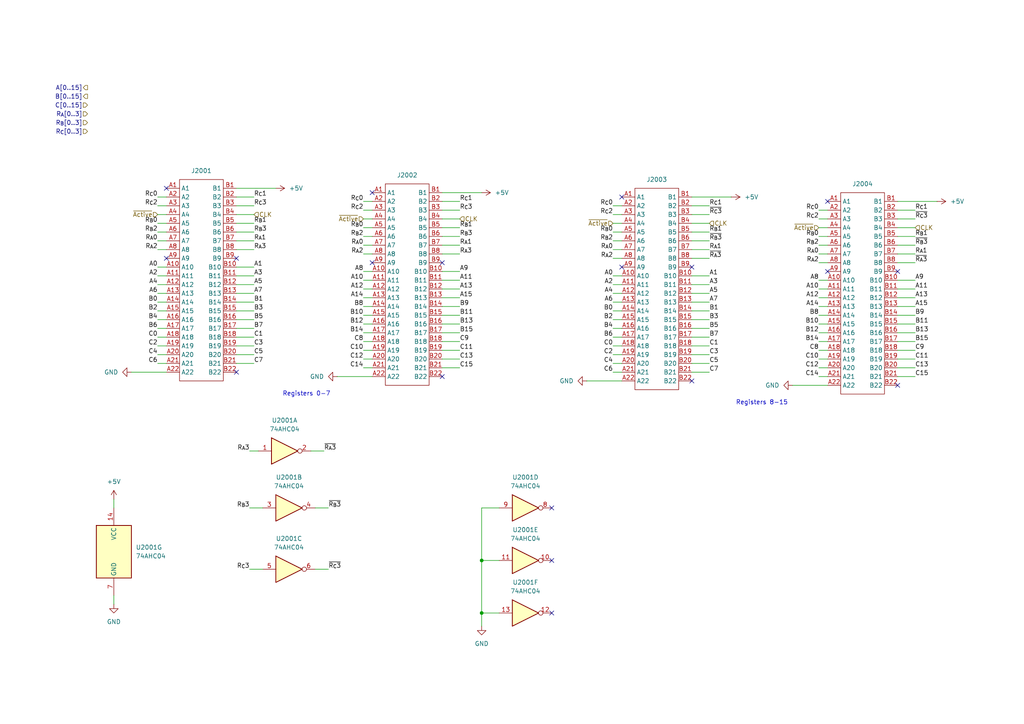
<source format=kicad_sch>
(kicad_sch (version 20231120) (generator "eeschema") (generator_version "8.0")
  (paper "A4")
  (lib_symbols
    (symbol "74xx:74AHC04"
      (property "Reference" "U" (at 0 1.27 0))
      (property "Value" "74AHC04" (at 0 -1.27 0))
      (symbol "74AHC04_1_0"
        (polyline (pts (xy -3.81 3.81) (xy -3.81 -3.81) (xy 3.81 0) (xy -3.81 3.81)) (stroke (width 0.254)) (fill (type background)))
        (pin input line (at -7.62 0 0) (length 3.81) (name "~") (number "1"))
        (pin output inverted (at 7.62 0 180) (length 3.81) (name "~") (number "2"))
      )
      (symbol "74AHC04_2_0"
        (polyline (pts (xy -3.81 3.81) (xy -3.81 -3.81) (xy 3.81 0) (xy -3.81 3.81)) (stroke (width 0.254)) (fill (type background)))
        (pin input line (at -7.62 0 0) (length 3.81) (name "~") (number "3"))
        (pin output inverted (at 7.62 0 180) (length 3.81) (name "~") (number "4"))
      )
      (symbol "74AHC04_3_0"
        (polyline (pts (xy -3.81 3.81) (xy -3.81 -3.81) (xy 3.81 0) (xy -3.81 3.81)) (stroke (width 0.254)) (fill (type background)))
        (pin input line (at -7.62 0 0) (length 3.81) (name "~") (number "5"))
        (pin output inverted (at 7.62 0 180) (length 3.81) (name "~") (number "6"))
      )
      (symbol "74AHC04_4_0"
        (polyline (pts (xy -3.81 3.81) (xy -3.81 -3.81) (xy 3.81 0) (xy -3.81 3.81)) (stroke (width 0.254)) (fill (type background)))
        (pin output inverted (at 7.62 0 180) (length 3.81) (name "~") (number "8"))
        (pin input line (at -7.62 0 0) (length 3.81) (name "~") (number "9"))
      )
      (symbol "74AHC04_5_0"
        (polyline (pts (xy -3.81 3.81) (xy -3.81 -3.81) (xy 3.81 0) (xy -3.81 3.81)) (stroke (width 0.254)) (fill (type background)))
        (pin output inverted (at 7.62 0 180) (length 3.81) (name "~") (number "10"))
        (pin input line (at -7.62 0 0) (length 3.81) (name "~") (number "11"))
      )
      (symbol "74AHC04_6_0"
        (polyline (pts (xy -3.81 3.81) (xy -3.81 -3.81) (xy 3.81 0) (xy -3.81 3.81)) (stroke (width 0.254)) (fill (type background)))
        (pin output inverted (at 7.62 0 180) (length 3.81) (name "~") (number "12"))
        (pin input line (at -7.62 0 0) (length 3.81) (name "~") (number "13"))
      )
      (symbol "74AHC04_7_0"
        (pin power_in line (at 0 12.7 270) (length 5.08) (name "VCC") (number "14"))
        (pin power_in line (at 0 -12.7 90) (length 5.08) (name "GND") (number "7"))
      )
      (symbol "74AHC04_7_1"
        (rectangle (start -5.08 7.62) (end 5.08 -7.62) (stroke (width 0.254)) (fill (type background)))
      )
    )
    (symbol "BoardEdgeConnectors:TE-5530843-4"
      (property "Reference" "J" (at -0.254 30.988 0))
      (symbol "TE-5530843-4_0_1"
        (rectangle (start -6.35 29.21) (end 6.35 -29.21))
      )
      (symbol "TE-5530843-4_1_1"
        (pin passive line (at -10.16 26.67 0) (length 3.81) (name "A1") (number "A1"))
        (pin passive line (at -10.16 3.81 0) (length 3.81) (name "A10") (number "A10"))
        (pin passive line (at -10.16 1.27 0) (length 3.81) (name "A11") (number "A11"))
        (pin passive line (at -10.16 -1.27 0) (length 3.81) (name "A12") (number "A12"))
        (pin passive line (at -10.16 -3.81 0) (length 3.81) (name "A13") (number "A13"))
        (pin passive line (at -10.16 -6.35 0) (length 3.81) (name "A14") (number "A14"))
        (pin passive line (at -10.16 -8.89 0) (length 3.81) (name "A15") (number "A15"))
        (pin passive line (at -10.16 -11.43 0) (length 3.81) (name "A16") (number "A16"))
        (pin passive line (at -10.16 -13.97 0) (length 3.81) (name "A17") (number "A17"))
        (pin passive line (at -10.16 -16.51 0) (length 3.81) (name "A18") (number "A18"))
        (pin passive line (at -10.16 -19.05 0) (length 3.81) (name "A19") (number "A19"))
        (pin passive line (at -10.16 24.13 0) (length 3.81) (name "A2") (number "A2"))
        (pin passive line (at -10.16 -21.59 0) (length 3.81) (name "A20") (number "A20"))
        (pin passive line (at -10.16 -24.13 0) (length 3.81) (name "A21") (number "A21"))
        (pin passive line (at -10.16 -26.67 0) (length 3.81) (name "A22") (number "A22"))
        (pin passive line (at -10.16 21.59 0) (length 3.81) (name "A3") (number "A3"))
        (pin passive line (at -10.16 19.05 0) (length 3.81) (name "A4") (number "A4"))
        (pin passive line (at -10.16 16.51 0) (length 3.81) (name "A5") (number "A5"))
        (pin passive line (at -10.16 13.97 0) (length 3.81) (name "A6") (number "A6"))
        (pin passive line (at -10.16 11.43 0) (length 3.81) (name "A7") (number "A7"))
        (pin passive line (at -10.16 8.89 0) (length 3.81) (name "A8") (number "A8"))
        (pin passive line (at -10.16 6.35 0) (length 3.81) (name "A9") (number "A9"))
        (pin passive line (at 10.16 26.67 180) (length 3.81) (name "B1") (number "B1"))
        (pin passive line (at 10.16 3.81 180) (length 3.81) (name "B10") (number "B10"))
        (pin passive line (at 10.16 1.27 180) (length 3.81) (name "B11") (number "B11"))
        (pin passive line (at 10.16 -1.27 180) (length 3.81) (name "B12") (number "B12"))
        (pin passive line (at 10.16 -3.81 180) (length 3.81) (name "B13") (number "B13"))
        (pin passive line (at 10.16 -6.35 180) (length 3.81) (name "B14") (number "B14"))
        (pin passive line (at 10.16 -8.89 180) (length 3.81) (name "B15") (number "B15"))
        (pin passive line (at 10.16 -11.43 180) (length 3.81) (name "B16") (number "B16"))
        (pin passive line (at 10.16 -13.97 180) (length 3.81) (name "B17") (number "B17"))
        (pin passive line (at 10.16 -16.51 180) (length 3.81) (name "B18") (number "B18"))
        (pin passive line (at 10.16 -19.05 180) (length 3.81) (name "B19") (number "B19"))
        (pin passive line (at 10.16 24.13 180) (length 3.81) (name "B2") (number "B2"))
        (pin passive line (at 10.16 -21.59 180) (length 3.81) (name "B20") (number "B20"))
        (pin passive line (at 10.16 -24.13 180) (length 3.81) (name "B21") (number "B21"))
        (pin passive line (at 10.16 -26.67 180) (length 3.81) (name "B22") (number "B22"))
        (pin passive line (at 10.16 21.59 180) (length 3.81) (name "B3") (number "B3"))
        (pin passive line (at 10.16 19.05 180) (length 3.81) (name "B4") (number "B4"))
        (pin passive line (at 10.16 16.51 180) (length 3.81) (name "B5") (number "B5"))
        (pin passive line (at 10.16 13.97 180) (length 3.81) (name "B6") (number "B6"))
        (pin passive line (at 10.16 11.43 180) (length 3.81) (name "B7") (number "B7"))
        (pin passive line (at 10.16 8.89 180) (length 3.81) (name "B8") (number "B8"))
        (pin passive line (at 10.16 6.35 180) (length 3.81) (name "B9") (number "B9"))
      )
    )
    (symbol "power:+5V" (power) (pin_numbers hide) (pin_names (offset 0) hide)
      (property "Value" "+5V" (at 0 3.556 0))
      (symbol "+5V_0_1"
        (polyline (pts (xy -0.762 1.27) (xy 0 2.54)))
        (polyline (pts (xy 0 0) (xy 0 2.54)))
        (polyline (pts (xy 0 2.54) (xy 0.762 1.27)))
      )
      (symbol "+5V_1_1"
        (pin power_in line (at 0 0 90) (length 0) (name "~") (number "1"))
      )
    )
    (symbol "power:GND" (power) (pin_numbers hide) (pin_names (offset 0) hide)
      (property "Value" "GND" (at 0 -3.81 0))
      (symbol "GND_0_1"
        (polyline (pts (xy 0 0) (xy 0 -1.27) (xy 1.27 -1.27) (xy 0 -2.54) (xy -1.27 -1.27) (xy 0 -1.27)))
      )
      (symbol "GND_1_1"
        (pin power_in line (at 0 0 270) (length 0) (name "~") (number "1"))
      )
    )
  )
  (junction (at 139.7 162.56))
  (junction (at 139.7 177.8))
  (no_connect (at 68.58 74.93))
  (no_connect (at 200.66 110.49))
  (no_connect (at 160.02 177.8))
  (no_connect (at 160.02 162.56))
  (no_connect (at 68.58 107.95))
  (no_connect (at 107.95 55.88))
  (no_connect (at 180.34 57.15))
  (no_connect (at 180.34 77.47))
  (no_connect (at 260.35 78.74))
  (no_connect (at 240.03 78.74))
  (no_connect (at 48.26 74.93))
  (no_connect (at 128.27 109.22))
  (no_connect (at 200.66 77.47))
  (no_connect (at 260.35 111.76))
  (no_connect (at 240.03 58.42))
  (no_connect (at 48.26 54.61))
  (no_connect (at 160.02 147.32))
  (no_connect (at 128.27 76.2))
  (no_connect (at 107.95 76.2))
  (wire (pts (xy 128.27 68.58) (xy 133.35 68.58)))
  (wire (pts (xy 260.35 109.22) (xy 265.43 109.22)))
  (wire (pts (xy 105.41 81.28) (xy 107.95 81.28)))
  (wire (pts (xy 177.8 62.23) (xy 180.34 62.23)))
  (wire (pts (xy 260.35 86.36) (xy 265.43 86.36)))
  (wire (pts (xy 45.72 87.63) (xy 48.26 87.63)))
  (wire (pts (xy 128.27 106.68) (xy 133.35 106.68)))
  (wire (pts (xy 128.27 88.9) (xy 133.35 88.9)))
  (wire (pts (xy 237.49 60.96) (xy 240.03 60.96)))
  (wire (pts (xy 177.8 107.95) (xy 180.34 107.95)))
  (wire (pts (xy 260.35 60.96) (xy 265.43 60.96)))
  (wire (pts (xy 237.49 109.22) (xy 240.03 109.22)))
  (wire (pts (xy 45.72 64.77) (xy 48.26 64.77)))
  (wire (pts (xy 68.58 95.25) (xy 73.66 95.25)))
  (wire (pts (xy 45.72 57.15) (xy 48.26 57.15)))
  (wire (pts (xy 237.49 86.36) (xy 240.03 86.36)))
  (wire (pts (xy 68.58 92.71) (xy 73.66 92.71)))
  (wire (pts (xy 45.72 59.69) (xy 48.26 59.69)))
  (wire (pts (xy 128.27 81.28) (xy 133.35 81.28)))
  (wire (pts (xy 68.58 97.79) (xy 73.66 97.79)))
  (wire (pts (xy 68.58 80.01) (xy 73.66 80.01)))
  (wire (pts (xy 128.27 78.74) (xy 133.35 78.74)))
  (wire (pts (xy 260.35 81.28) (xy 265.43 81.28)))
  (wire (pts (xy 128.27 96.52) (xy 133.35 96.52)))
  (wire (pts (xy 68.58 57.15) (xy 73.66 57.15)))
  (wire (pts (xy 68.58 67.31) (xy 73.66 67.31)))
  (wire (pts (xy 260.35 58.42) (xy 271.78 58.42)))
  (wire (pts (xy 128.27 99.06) (xy 133.35 99.06)))
  (wire (pts (xy 260.35 99.06) (xy 265.43 99.06)))
  (wire (pts (xy 105.41 93.98) (xy 107.95 93.98)))
  (wire (pts (xy 200.66 74.93) (xy 205.74 74.93)))
  (wire (pts (xy 200.66 72.39) (xy 205.74 72.39)))
  (wire (pts (xy 237.49 73.66) (xy 240.03 73.66)))
  (wire (pts (xy 105.41 66.04) (xy 107.95 66.04)))
  (wire (pts (xy 68.58 102.87) (xy 73.66 102.87)))
  (wire (pts (xy 237.49 66.04) (xy 240.03 66.04)))
  (wire (pts (xy 128.27 58.42) (xy 133.35 58.42)))
  (wire (pts (xy 260.35 88.9) (xy 265.43 88.9)))
  (wire (pts (xy 68.58 69.85) (xy 73.66 69.85)))
  (wire (pts (xy 45.72 82.55) (xy 48.26 82.55)))
  (wire (pts (xy 45.72 105.41) (xy 48.26 105.41)))
  (wire (pts (xy 260.35 68.58) (xy 265.43 68.58)))
  (wire (pts (xy 177.8 67.31) (xy 180.34 67.31)))
  (wire (pts (xy 128.27 66.04) (xy 133.35 66.04)))
  (wire (pts (xy 128.27 93.98) (xy 133.35 93.98)))
  (wire (pts (xy 97.79 109.22) (xy 107.95 109.22)))
  (wire (pts (xy 200.66 105.41) (xy 205.74 105.41)))
  (wire (pts (xy 128.27 91.44) (xy 133.35 91.44)))
  (wire (pts (xy 177.8 95.25) (xy 180.34 95.25)))
  (wire (pts (xy 260.35 104.14) (xy 265.43 104.14)))
  (wire (pts (xy 177.8 72.39) (xy 180.34 72.39)))
  (wire (pts (xy 68.58 82.55) (xy 73.66 82.55)))
  (wire (pts (xy 105.41 68.58) (xy 107.95 68.58)))
  (wire (pts (xy 91.44 165.1) (xy 95.25 165.1)))
  (wire (pts (xy 68.58 100.33) (xy 73.66 100.33)))
  (wire (pts (xy 105.41 91.44) (xy 107.95 91.44)))
  (wire (pts (xy 260.35 83.82) (xy 265.43 83.82)))
  (wire (pts (xy 105.41 71.12) (xy 107.95 71.12)))
  (wire (pts (xy 200.66 59.69) (xy 205.74 59.69)))
  (wire (pts (xy 200.66 92.71) (xy 205.74 92.71)))
  (wire (pts (xy 105.41 58.42) (xy 107.95 58.42)))
  (wire (pts (xy 237.49 68.58) (xy 240.03 68.58)))
  (wire (pts (xy 139.7 162.56) (xy 144.78 162.56)))
  (wire (pts (xy 72.39 165.1) (xy 76.2 165.1)))
  (wire (pts (xy 237.49 83.82) (xy 240.03 83.82)))
  (wire (pts (xy 105.41 63.5) (xy 107.95 63.5)))
  (wire (pts (xy 128.27 60.96) (xy 133.35 60.96)))
  (wire (pts (xy 260.35 63.5) (xy 265.43 63.5)))
  (wire (pts (xy 45.72 92.71) (xy 48.26 92.71)))
  (wire (pts (xy 139.7 181.61) (xy 139.7 177.8)))
  (wire (pts (xy 139.7 177.8) (xy 144.78 177.8)))
  (wire (pts (xy 260.35 93.98) (xy 265.43 93.98)))
  (wire (pts (xy 128.27 104.14) (xy 133.35 104.14)))
  (wire (pts (xy 105.41 83.82) (xy 107.95 83.82)))
  (wire (pts (xy 200.66 57.15) (xy 212.09 57.15)))
  (wire (pts (xy 68.58 62.23) (xy 73.66 62.23)))
  (wire (pts (xy 237.49 93.98) (xy 240.03 93.98)))
  (wire (pts (xy 200.66 62.23) (xy 205.74 62.23)))
  (wire (pts (xy 177.8 92.71) (xy 180.34 92.71)))
  (wire (pts (xy 200.66 107.95) (xy 205.74 107.95)))
  (wire (pts (xy 177.8 100.33) (xy 180.34 100.33)))
  (wire (pts (xy 200.66 82.55) (xy 205.74 82.55)))
  (wire (pts (xy 45.72 62.23) (xy 48.26 62.23)))
  (wire (pts (xy 128.27 73.66) (xy 133.35 73.66)))
  (wire (pts (xy 200.66 102.87) (xy 205.74 102.87)))
  (wire (pts (xy 177.8 82.55) (xy 180.34 82.55)))
  (wire (pts (xy 105.41 88.9) (xy 107.95 88.9)))
  (wire (pts (xy 68.58 87.63) (xy 73.66 87.63)))
  (wire (pts (xy 45.72 102.87) (xy 48.26 102.87)))
  (wire (pts (xy 45.72 85.09) (xy 48.26 85.09)))
  (wire (pts (xy 45.72 67.31) (xy 48.26 67.31)))
  (wire (pts (xy 237.49 96.52) (xy 240.03 96.52)))
  (wire (pts (xy 45.72 77.47) (xy 48.26 77.47)))
  (wire (pts (xy 237.49 104.14) (xy 240.03 104.14)))
  (wire (pts (xy 68.58 77.47) (xy 73.66 77.47)))
  (wire (pts (xy 260.35 73.66) (xy 265.43 73.66)))
  (wire (pts (xy 45.72 69.85) (xy 48.26 69.85)))
  (wire (pts (xy 105.41 73.66) (xy 107.95 73.66)))
  (wire (pts (xy 105.41 106.68) (xy 107.95 106.68)))
  (wire (pts (xy 91.44 147.32) (xy 95.25 147.32)))
  (wire (pts (xy 68.58 64.77) (xy 73.66 64.77)))
  (wire (pts (xy 200.66 95.25) (xy 205.74 95.25)))
  (wire (pts (xy 200.66 100.33) (xy 205.74 100.33)))
  (wire (pts (xy 128.27 63.5) (xy 133.35 63.5)))
  (wire (pts (xy 177.8 69.85) (xy 180.34 69.85)))
  (wire (pts (xy 237.49 99.06) (xy 240.03 99.06)))
  (wire (pts (xy 45.72 80.01) (xy 48.26 80.01)))
  (wire (pts (xy 45.72 90.17) (xy 48.26 90.17)))
  (wire (pts (xy 105.41 86.36) (xy 107.95 86.36)))
  (wire (pts (xy 105.41 101.6) (xy 107.95 101.6)))
  (wire (pts (xy 45.72 95.25) (xy 48.26 95.25)))
  (wire (pts (xy 105.41 78.74) (xy 107.95 78.74)))
  (wire (pts (xy 128.27 55.88) (xy 139.7 55.88)))
  (wire (pts (xy 260.35 101.6) (xy 265.43 101.6)))
  (wire (pts (xy 177.8 90.17) (xy 180.34 90.17)))
  (wire (pts (xy 139.7 162.56) (xy 139.7 147.32)))
  (wire (pts (xy 72.39 130.81) (xy 74.93 130.81)))
  (wire (pts (xy 90.17 130.81) (xy 93.98 130.81)))
  (wire (pts (xy 237.49 101.6) (xy 240.03 101.6)))
  (wire (pts (xy 68.58 54.61) (xy 80.01 54.61)))
  (wire (pts (xy 200.66 90.17) (xy 205.74 90.17)))
  (wire (pts (xy 177.8 87.63) (xy 180.34 87.63)))
  (wire (pts (xy 200.66 64.77) (xy 205.74 64.77)))
  (wire (pts (xy 200.66 67.31) (xy 205.74 67.31)))
  (wire (pts (xy 105.41 60.96) (xy 107.95 60.96)))
  (wire (pts (xy 38.1 107.95) (xy 48.26 107.95)))
  (wire (pts (xy 237.49 71.12) (xy 240.03 71.12)))
  (wire (pts (xy 72.39 147.32) (xy 76.2 147.32)))
  (wire (pts (xy 45.72 97.79) (xy 48.26 97.79)))
  (wire (pts (xy 128.27 86.36) (xy 133.35 86.36)))
  (wire (pts (xy 260.35 106.68) (xy 265.43 106.68)))
  (wire (pts (xy 237.49 63.5) (xy 240.03 63.5)))
  (wire (pts (xy 33.02 144.78) (xy 33.02 147.32)))
  (wire (pts (xy 68.58 105.41) (xy 73.66 105.41)))
  (wire (pts (xy 68.58 59.69) (xy 73.66 59.69)))
  (wire (pts (xy 139.7 177.8) (xy 139.7 162.56)))
  (wire (pts (xy 260.35 71.12) (xy 265.43 71.12)))
  (wire (pts (xy 200.66 69.85) (xy 205.74 69.85)))
  (wire (pts (xy 105.41 104.14) (xy 107.95 104.14)))
  (wire (pts (xy 200.66 87.63) (xy 205.74 87.63)))
  (wire (pts (xy 200.66 80.01) (xy 205.74 80.01)))
  (wire (pts (xy 45.72 100.33) (xy 48.26 100.33)))
  (wire (pts (xy 68.58 85.09) (xy 73.66 85.09)))
  (wire (pts (xy 177.8 105.41) (xy 180.34 105.41)))
  (wire (pts (xy 237.49 81.28) (xy 240.03 81.28)))
  (wire (pts (xy 128.27 101.6) (xy 133.35 101.6)))
  (wire (pts (xy 260.35 96.52) (xy 265.43 96.52)))
  (wire (pts (xy 237.49 106.68) (xy 240.03 106.68)))
  (wire (pts (xy 105.41 96.52) (xy 107.95 96.52)))
  (wire (pts (xy 177.8 102.87) (xy 180.34 102.87)))
  (wire (pts (xy 177.8 80.01) (xy 180.34 80.01)))
  (wire (pts (xy 68.58 90.17) (xy 73.66 90.17)))
  (wire (pts (xy 170.18 110.49) (xy 180.34 110.49)))
  (wire (pts (xy 200.66 85.09) (xy 205.74 85.09)))
  (wire (pts (xy 177.8 64.77) (xy 180.34 64.77)))
  (wire (pts (xy 229.87 111.76) (xy 240.03 111.76)))
  (wire (pts (xy 177.8 74.93) (xy 180.34 74.93)))
  (wire (pts (xy 128.27 71.12) (xy 133.35 71.12)))
  (wire (pts (xy 177.8 85.09) (xy 180.34 85.09)))
  (wire (pts (xy 139.7 147.32) (xy 144.78 147.32)))
  (wire (pts (xy 33.02 172.72) (xy 33.02 175.26)))
  (wire (pts (xy 237.49 88.9) (xy 240.03 88.9)))
  (wire (pts (xy 260.35 91.44) (xy 265.43 91.44)))
  (wire (pts (xy 260.35 76.2) (xy 265.43 76.2)))
  (wire (pts (xy 177.8 59.69) (xy 180.34 59.69)))
  (wire (pts (xy 45.72 72.39) (xy 48.26 72.39)))
  (wire (pts (xy 200.66 97.79) (xy 205.74 97.79)))
  (wire (pts (xy 105.41 99.06) (xy 107.95 99.06)))
  (wire (pts (xy 237.49 76.2) (xy 240.03 76.2)))
  (wire (pts (xy 128.27 83.82) (xy 133.35 83.82)))
  (wire (pts (xy 68.58 72.39) (xy 73.66 72.39)))
  (wire (pts (xy 177.8 97.79) (xy 180.34 97.79)))
  (wire (pts (xy 237.49 91.44) (xy 240.03 91.44)))
  (wire (pts (xy 260.35 66.04) (xy 265.43 66.04)))
  (text "Registers 8-15" (at 220.98 116.84 0) (effects (font (size 1.27 1.27))))
  (text "Registers 0-7" (at 88.9 114.3 0) (effects (font (size 1.27 1.27))))
  (label "~{R_{A}3}" (at 93.98 130.81 0))
  (label "B11" (at 133.35 91.44 0))
  (label "R_{C}0" (at 177.8 59.69 180))
  (label "A5" (at 73.66 82.55 0))
  (label "C11" (at 133.35 101.6 0))
  (label "R_{B}1" (at 133.35 66.04 0))
  (label "A3" (at 73.66 80.01 0))
  (label "C8" (at 105.41 99.06 180))
  (label "R_{C}1" (at 265.43 60.96 0))
  (label "C0" (at 45.72 97.79 180))
  (label "A0" (at 177.8 80.01 180))
  (label "C5" (at 73.66 102.87 0))
  (label "B8" (at 105.41 88.9 180))
  (label "R_{A}1" (at 133.35 71.12 0))
  (label "C2" (at 45.72 100.33 180))
  (label "R_{C}2" (at 45.72 59.69 180))
  (label "C0" (at 177.8 100.33 180))
  (label "R_{C}3" (at 133.35 60.96 0))
  (label "A12" (at 105.41 83.82 180))
  (label "A4" (at 177.8 85.09 180))
  (label "C15" (at 265.43 109.22 0))
  (label "B10" (at 237.49 93.98 180))
  (label "R_{A}0" (at 237.49 73.66 180))
  (label "A1" (at 205.74 80.01 0))
  (label "R_{A}1" (at 73.66 69.85 0))
  (label "B9" (at 133.35 88.9 0))
  (label "C14" (at 237.49 109.22 180))
  (label "R_{B}2" (at 45.72 67.31 180))
  (label "C4" (at 45.72 102.87 180))
  (label "R_{B}1" (at 73.66 64.77 0))
  (label "A6" (at 45.72 85.09 180))
  (label "A4" (at 45.72 82.55 180))
  (label "B12" (at 237.49 96.52 180))
  (label "R_{B}2" (at 177.8 69.85 180))
  (label "C13" (at 265.43 106.68 0))
  (label "B15" (at 133.35 96.52 0))
  (label "R_{B}0" (at 237.49 68.58 180))
  (label "B9" (at 265.43 91.44 0))
  (label "R_{C}1" (at 205.74 59.69 0))
  (label "C7" (at 205.74 107.95 0))
  (label "C9" (at 133.35 99.06 0))
  (label "R_{B}3" (at 133.35 68.58 0))
  (label "A10" (at 237.49 83.82 180))
  (label "B6" (at 177.8 97.79 180))
  (label "A15" (at 265.43 88.9 0))
  (label "B0" (at 177.8 90.17 180))
  (label "R_{C}0" (at 45.72 57.15 180))
  (label "R_{A}0" (at 45.72 69.85 180))
  (label "B1" (at 73.66 87.63 0))
  (label "R_{B}3" (at 72.39 147.32 180))
  (label "R_{C}0" (at 237.49 60.96 180))
  (label "R_{B}2" (at 237.49 71.12 180))
  (label "B4" (at 177.8 95.25 180))
  (label "R_{C}2" (at 105.41 60.96 180))
  (label "A6" (at 177.8 87.63 180))
  (label "A14" (at 237.49 88.9 180))
  (label "R_{B}1" (at 265.43 68.58 0))
  (label "~{R_{C}3}" (at 95.25 165.1 0))
  (label "A3" (at 205.74 82.55 0))
  (label "B14" (at 237.49 99.06 180))
  (label "R_{A}1" (at 205.74 72.39 0))
  (label "R_{B}1" (at 205.74 67.31 0))
  (label "A7" (at 73.66 85.09 0))
  (label "A13" (at 133.35 83.82 0))
  (label "C12" (at 237.49 106.68 180))
  (label "C7" (at 73.66 105.41 0))
  (label "~{R_{B}3}" (at 205.74 69.85 0))
  (label "~{R_{A}3}" (at 265.43 76.2 0))
  (label "R_{B}3" (at 73.66 67.31 0))
  (label "A2" (at 177.8 82.55 180))
  (label "A1" (at 73.66 77.47 0))
  (label "B10" (at 105.41 91.44 180))
  (label "B3" (at 73.66 90.17 0))
  (label "C14" (at 105.41 106.68 180))
  (label "R_{C}1" (at 73.66 57.15 0))
  (label "C5" (at 205.74 105.41 0))
  (label "C13" (at 133.35 104.14 0))
  (label "R_{A}0" (at 105.41 71.12 180))
  (label "C1" (at 205.74 100.33 0))
  (label "R_{B}2" (at 105.41 68.58 180))
  (label "R_{C}3" (at 73.66 59.69 0))
  (label "C6" (at 177.8 107.95 180))
  (label "B12" (at 105.41 93.98 180))
  (label "B5" (at 205.74 95.25 0))
  (label "R_{A}2" (at 45.72 72.39 180))
  (label "A5" (at 205.74 85.09 0))
  (label "R_{A}0" (at 177.8 72.39 180))
  (label "B7" (at 205.74 97.79 0))
  (label "A7" (at 205.74 87.63 0))
  (label "A15" (at 133.35 86.36 0))
  (label "C9" (at 265.43 101.6 0))
  (label "C8" (at 237.49 101.6 180))
  (label "C10" (at 237.49 104.14 180))
  (label "A8" (at 237.49 81.28 180))
  (label "R_{A}2" (at 177.8 74.93 180))
  (label "R_{C}0" (at 105.41 58.42 180))
  (label "A10" (at 105.41 81.28 180))
  (label "C4" (at 177.8 105.41 180))
  (label "A9" (at 133.35 78.74 0))
  (label "B4" (at 45.72 92.71 180))
  (label "C11" (at 265.43 104.14 0))
  (label "C6" (at 45.72 105.41 180))
  (label "R_{C}3" (at 72.39 165.1 180))
  (label "R_{B}0" (at 45.72 64.77 180))
  (label "R_{A}3" (at 72.39 130.81 180))
  (label "A13" (at 265.43 86.36 0))
  (label "R_{C}2" (at 237.49 63.5 180))
  (label "A9" (at 265.43 81.28 0))
  (label "C3" (at 73.66 100.33 0))
  (label "B5" (at 73.66 92.71 0))
  (label "~{R_{B}3}" (at 95.25 147.32 0))
  (label "R_{A}3" (at 73.66 72.39 0))
  (label "B7" (at 73.66 95.25 0))
  (label "B0" (at 45.72 87.63 180))
  (label "R_{A}3" (at 133.35 73.66 0))
  (label "B8" (at 237.49 91.44 180))
  (label "B13" (at 133.35 93.98 0))
  (label "B13" (at 265.43 96.52 0))
  (label "A11" (at 265.43 83.82 0))
  (label "B6" (at 45.72 95.25 180))
  (label "~{R_{C}3}" (at 265.43 63.5 0))
  (label "~{R_{C}3}" (at 205.74 62.23 0))
  (label "R_{A}1" (at 265.43 73.66 0))
  (label "C1" (at 73.66 97.79 0))
  (label "R_{C}1" (at 133.35 58.42 0))
  (label "C10" (at 105.41 101.6 180))
  (label "A0" (at 45.72 77.47 180))
  (label "C2" (at 177.8 102.87 180))
  (label "R_{A}2" (at 105.41 73.66 180))
  (label "B2" (at 45.72 90.17 180))
  (label "B11" (at 265.43 93.98 0))
  (label "A11" (at 133.35 81.28 0))
  (label "A8" (at 105.41 78.74 180))
  (label "R_{B}0" (at 105.41 66.04 180))
  (label "B3" (at 205.74 92.71 0))
  (label "C3" (at 205.74 102.87 0))
  (label "A14" (at 105.41 86.36 180))
  (label "B2" (at 177.8 92.71 180))
  (label "R_{A}2" (at 237.49 76.2 180))
  (label "A2" (at 45.72 80.01 180))
  (label "C12" (at 105.41 104.14 180))
  (label "R_{B}0" (at 177.8 67.31 180))
  (label "~{R_{A}3}" (at 205.74 74.93 0))
  (label "B1" (at 205.74 90.17 0))
  (label "B14" (at 105.41 96.52 180))
  (label "R_{C}2" (at 177.8 62.23 180))
  (label "C15" (at 133.35 106.68 0))
  (label "~{R_{B}3}" (at 265.43 71.12 0))
  (label "A12" (at 237.49 86.36 180))
  (label "B15" (at 265.43 99.06 0))
  (hierarchical_label "~{Active}" (shape input) (at 177.8 64.77 180))
  (hierarchical_label "~{Active}" (shape input) (at 105.41 63.5 180))
  (hierarchical_label "C[0..15]" (shape input) (at 25.4 30.48 180))
  (hierarchical_label "CLK" (shape input) (at 133.35 63.5 0))
  (hierarchical_label "CLK" (shape input) (at 265.43 66.04 0))
  (hierarchical_label "R_{A}[0..3]" (shape input) (at 25.4 33.02 180))
  (hierarchical_label "R_{C}[0..3]" (shape input) (at 25.4 38.1 180))
  (hierarchical_label "R_{B}[0..3]" (shape input) (at 25.4 35.56 180))
  (hierarchical_label "CLK" (shape input) (at 205.74 64.77 0))
  (hierarchical_label "A[0..15]" (shape output) (at 25.4 25.4 180))
  (hierarchical_label "~{Active}" (shape input) (at 237.49 66.04 180))
  (hierarchical_label "~{Active}" (shape input) (at 45.72 62.23 180))
  (hierarchical_label "CLK" (shape input) (at 73.66 62.23 0))
  (hierarchical_label "B[0..15]" (shape output) (at 25.4 27.94 180))
  (symbol (lib_id "power:+5V") (at 33.02 144.78 0) (unit 1)
    (property "Reference" "#PWR02006" (effects (hide yes)))
    (property "Value" "+5V" (at 33.02 139.7 0))
    (property "Description" "Power symbol creates a global label with name \"+5V\"" (effects (hide yes)))
  )
  (symbol (lib_id "power:+5V") (at 80.01 54.61 270) (unit 1)
    (property "Reference" "#PWR02002" (effects (hide yes)))
    (property "Value" "+5V" (at 83.82 54.6099 90) (effects (justify left)))
    (property "Description" "Power symbol creates a global label with name \"+5V\"" (effects (hide yes)))
  )
  (symbol (lib_id "power:+5V") (at 139.7 55.88 270) (unit 1)
    (property "Reference" "#PWR02004" (effects (hide yes)))
    (property "Value" "+5V" (at 143.51 55.8799 90) (effects (justify left)))
    (property "Description" "Power symbol creates a global label with name \"+5V\"" (effects (hide yes)))
  )
  (symbol (lib_id "power:GND") (at 139.7 181.61 0) (unit 1)
    (property "Reference" "#PWR02007" (effects (hide yes)))
    (property "Value" "GND" (at 139.7 186.69 0))
    (property "Description" "Power symbol creates a global label with name \"GND\" , ground" (effects (hide yes)))
  )
  (symbol (lib_id "BoardEdgeConnectors:TE-5530843-4") (at 58.42 81.28 0) (unit 1) (in_bom no)
    (property "Reference" "J2001" (at 58.42 49.53 0))
    (property "Footprint" "BoardEdgeConnectors:TE-5530843-4-Mount" (effects (hide yes)))
    (property "Datasheet" "https://www.te.com/en/product-5530843-4.html" (effects (hide yes)))
    (property "Description" "44 contact board edge connector" (effects (hide yes)))
  )
  (symbol (lib_id "BoardEdgeConnectors:TE-5530843-4") (at 118.11 82.55 0) (unit 1) (in_bom no)
    (property "Reference" "J2002" (at 118.11 50.8 0))
    (property "Footprint" "BoardEdgeConnectors:TE-5530843-4-Mount" (effects (hide yes)))
    (property "Datasheet" "https://www.te.com/en/product-5530843-4.html" (effects (hide yes)))
    (property "Description" "44 contact board edge connector" (effects (hide yes)))
  )
  (symbol (lib_id "power:GND") (at 97.79 109.22 270) (unit 1)
    (property "Reference" "#PWR02003" (effects (hide yes)))
    (property "Value" "GND" (at 93.98 109.2199 90) (effects (justify right)))
    (property "Description" "Power symbol creates a global label with name \"GND\" , ground" (effects (hide yes)))
  )
  (symbol (lib_id "74xx:74AHC04") (at 83.82 165.1 0) (unit 3)
    (property "Reference" "U2001" (at 83.82 156.21 0))
    (property "Value" "74AHC04" (at 83.82 158.75 0))
    (property "Footprint" "Package_SO:SOIC-14_3.9x8.7mm_P1.27mm" (effects (hide yes)))
    (property "Datasheet" "https://assets.nexperia.com/documents/data-sheet/74AHC_AHCT04.pdf" (effects (hide yes)))
    (property "Description" "Hex Inverter" (effects (hide yes)))
    (property "LCSC" "C5590" (effects (hide yes)))
  )
  (symbol (lib_id "74xx:74AHC04") (at 152.4 162.56 0) (unit 5)
    (property "Reference" "U2001" (at 152.4 153.67 0))
    (property "Value" "74AHC04" (at 152.4 156.21 0))
    (property "Footprint" "Package_SO:SOIC-14_3.9x8.7mm_P1.27mm" (effects (hide yes)))
    (property "Datasheet" "https://assets.nexperia.com/documents/data-sheet/74AHC_AHCT04.pdf" (effects (hide yes)))
    (property "Description" "Hex Inverter" (effects (hide yes)))
    (property "LCSC" "C5590" (effects (hide yes)))
  )
  (symbol (lib_id "power:+5V") (at 271.78 58.42 270) (unit 1)
    (property "Reference" "#PWR02011" (effects (hide yes)))
    (property "Value" "+5V" (at 275.59 58.4199 90) (effects (justify left)))
    (property "Description" "Power symbol creates a global label with name \"+5V\"" (effects (hide yes)))
  )
  (symbol (lib_id "power:+5V") (at 212.09 57.15 270) (unit 1)
    (property "Reference" "#PWR02009" (effects (hide yes)))
    (property "Value" "+5V" (at 215.9 57.1499 90) (effects (justify left)))
    (property "Description" "Power symbol creates a global label with name \"+5V\"" (effects (hide yes)))
  )
  (symbol (lib_id "power:GND") (at 229.87 111.76 270) (unit 1)
    (property "Reference" "#PWR02010" (effects (hide yes)))
    (property "Value" "GND" (at 226.06 111.7599 90) (effects (justify right)))
    (property "Description" "Power symbol creates a global label with name \"GND\" , ground" (effects (hide yes)))
  )
  (symbol (lib_id "BoardEdgeConnectors:TE-5530843-4") (at 190.5 83.82 0) (unit 1) (in_bom no)
    (property "Reference" "J2003" (at 190.5 52.07 0))
    (property "Footprint" "BoardEdgeConnectors:TE-5530843-4-Mount" (effects (hide yes)))
    (property "Datasheet" "https://www.te.com/en/product-5530843-4.html" (effects (hide yes)))
    (property "Description" "44 contact board edge connector" (effects (hide yes)))
  )
  (symbol (lib_id "74xx:74AHC04") (at 83.82 147.32 0) (unit 2)
    (property "Reference" "U2001" (at 83.82 138.43 0))
    (property "Value" "74AHC04" (at 83.82 140.97 0))
    (property "Footprint" "Package_SO:SOIC-14_3.9x8.7mm_P1.27mm" (effects (hide yes)))
    (property "Datasheet" "https://assets.nexperia.com/documents/data-sheet/74AHC_AHCT04.pdf" (effects (hide yes)))
    (property "Description" "Hex Inverter" (effects (hide yes)))
    (property "LCSC" "C5590" (effects (hide yes)))
  )
  (symbol (lib_id "74xx:74AHC04") (at 152.4 147.32 0) (unit 4)
    (property "Reference" "U2001" (at 152.4 138.43 0))
    (property "Value" "74AHC04" (at 152.4 140.97 0))
    (property "Footprint" "Package_SO:SOIC-14_3.9x8.7mm_P1.27mm" (effects (hide yes)))
    (property "Datasheet" "https://assets.nexperia.com/documents/data-sheet/74AHC_AHCT04.pdf" (effects (hide yes)))
    (property "Description" "Hex Inverter" (effects (hide yes)))
    (property "LCSC" "C5590" (effects (hide yes)))
  )
  (symbol (lib_id "74xx:74AHC04") (at 33.02 160.02 0) (unit 7)
    (property "Reference" "U2001" (at 39.37 158.7499 0) (effects (justify left)))
    (property "Value" "74AHC04" (at 39.37 161.2899 0) (effects (justify left)))
    (property "Footprint" "Package_SO:SOIC-14_3.9x8.7mm_P1.27mm" (effects (hide yes)))
    (property "Datasheet" "https://assets.nexperia.com/documents/data-sheet/74AHC_AHCT04.pdf" (effects (hide yes)))
    (property "Description" "Hex Inverter" (effects (hide yes)))
    (property "LCSC" "C5590" (effects (hide yes)))
  )
  (symbol (lib_id "BoardEdgeConnectors:TE-5530843-4") (at 250.19 85.09 0) (unit 1) (in_bom no)
    (property "Reference" "J2004" (at 250.19 53.34 0))
    (property "Footprint" "BoardEdgeConnectors:TE-5530843-4-Mount" (effects (hide yes)))
    (property "Datasheet" "https://www.te.com/en/product-5530843-4.html" (effects (hide yes)))
    (property "Description" "44 contact board edge connector" (effects (hide yes)))
  )
  (symbol (lib_id "power:GND") (at 33.02 175.26 0) (unit 1)
    (property "Reference" "#PWR02005" (effects (hide yes)))
    (property "Value" "GND" (at 33.02 180.34 0))
    (property "Description" "Power symbol creates a global label with name \"GND\" , ground" (effects (hide yes)))
  )
  (symbol (lib_id "74xx:74AHC04") (at 82.55 130.81 0) (unit 1)
    (property "Reference" "U2001" (at 82.55 121.92 0))
    (property "Value" "74AHC04" (at 82.55 124.46 0))
    (property "Footprint" "Package_SO:SOIC-14_3.9x8.7mm_P1.27mm" (effects (hide yes)))
    (property "Datasheet" "https://assets.nexperia.com/documents/data-sheet/74AHC_AHCT04.pdf" (effects (hide yes)))
    (property "Description" "Hex Inverter" (effects (hide yes)))
    (property "LCSC" "C5590" (effects (hide yes)))
  )
  (symbol (lib_id "power:GND") (at 38.1 107.95 270) (unit 1)
    (property "Reference" "#PWR02001" (effects (hide yes)))
    (property "Value" "GND" (at 34.29 107.9499 90) (effects (justify right)))
    (property "Description" "Power symbol creates a global label with name \"GND\" , ground" (effects (hide yes)))
  )
  (symbol (lib_id "74xx:74AHC04") (at 152.4 177.8 0) (unit 6)
    (property "Reference" "U2001" (at 152.4 168.91 0))
    (property "Value" "74AHC04" (at 152.4 171.45 0))
    (property "Footprint" "Package_SO:SOIC-14_3.9x8.7mm_P1.27mm" (effects (hide yes)))
    (property "Datasheet" "https://assets.nexperia.com/documents/data-sheet/74AHC_AHCT04.pdf" (effects (hide yes)))
    (property "Description" "Hex Inverter" (effects (hide yes)))
    (property "LCSC" "C5590" (effects (hide yes)))
  )
  (symbol (lib_id "power:GND") (at 170.18 110.49 270) (unit 1)
    (property "Reference" "#PWR02008" (effects (hide yes)))
    (property "Value" "GND" (at 166.37 110.4899 90) (effects (justify right)))
    (property "Description" "Power symbol creates a global label with name \"GND\" , ground" (effects (hide yes)))
  )
)
</source>
